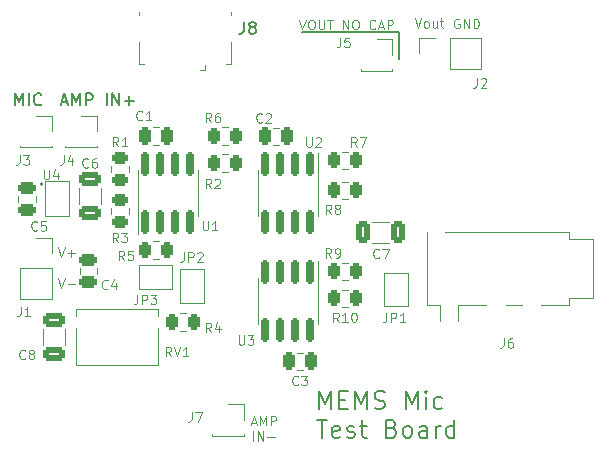
<source format=gbr>
%TF.GenerationSoftware,KiCad,Pcbnew,(6.0.2)*%
%TF.CreationDate,2023-09-05T21:11:47-07:00*%
%TF.ProjectId,parabolic_microphone,70617261-626f-46c6-9963-5f6d6963726f,rev?*%
%TF.SameCoordinates,Original*%
%TF.FileFunction,Legend,Top*%
%TF.FilePolarity,Positive*%
%FSLAX46Y46*%
G04 Gerber Fmt 4.6, Leading zero omitted, Abs format (unit mm)*
G04 Created by KiCad (PCBNEW (6.0.2)) date 2023-09-05 21:11:47*
%MOMM*%
%LPD*%
G01*
G04 APERTURE LIST*
G04 Aperture macros list*
%AMRoundRect*
0 Rectangle with rounded corners*
0 $1 Rounding radius*
0 $2 $3 $4 $5 $6 $7 $8 $9 X,Y pos of 4 corners*
0 Add a 4 corners polygon primitive as box body*
4,1,4,$2,$3,$4,$5,$6,$7,$8,$9,$2,$3,0*
0 Add four circle primitives for the rounded corners*
1,1,$1+$1,$2,$3*
1,1,$1+$1,$4,$5*
1,1,$1+$1,$6,$7*
1,1,$1+$1,$8,$9*
0 Add four rect primitives between the rounded corners*
20,1,$1+$1,$2,$3,$4,$5,0*
20,1,$1+$1,$4,$5,$6,$7,0*
20,1,$1+$1,$6,$7,$8,$9,0*
20,1,$1+$1,$8,$9,$2,$3,0*%
G04 Aperture macros list end*
%ADD10C,0.150000*%
%ADD11C,0.100000*%
%ADD12C,0.200000*%
%ADD13C,0.120000*%
%ADD14C,0.160000*%
%ADD15R,0.600000X0.540000*%
%ADD16RoundRect,0.250000X-0.250000X-0.475000X0.250000X-0.475000X0.250000X0.475000X-0.250000X0.475000X0*%
%ADD17RoundRect,0.250000X-0.650000X0.325000X-0.650000X-0.325000X0.650000X-0.325000X0.650000X0.325000X0*%
%ADD18R,1.700000X1.700000*%
%ADD19R,1.500000X1.000000*%
%ADD20RoundRect,0.250000X0.250000X0.475000X-0.250000X0.475000X-0.250000X-0.475000X0.250000X-0.475000X0*%
%ADD21C,2.200000*%
%ADD22RoundRect,0.250000X0.262500X0.450000X-0.262500X0.450000X-0.262500X-0.450000X0.262500X-0.450000X0*%
%ADD23RoundRect,0.250000X0.325000X0.650000X-0.325000X0.650000X-0.325000X-0.650000X0.325000X-0.650000X0*%
%ADD24O,1.700000X1.700000*%
%ADD25C,1.500000*%
%ADD26R,1.200000X2.500000*%
%ADD27RoundRect,0.250000X-0.450000X0.262500X-0.450000X-0.262500X0.450000X-0.262500X0.450000X0.262500X0*%
%ADD28RoundRect,0.250000X-0.475000X0.250000X-0.475000X-0.250000X0.475000X-0.250000X0.475000X0.250000X0*%
%ADD29RoundRect,0.150000X-0.150000X0.825000X-0.150000X-0.825000X0.150000X-0.825000X0.150000X0.825000X0*%
%ADD30R,0.400000X1.350000*%
%ADD31O,1.200000X1.900000*%
%ADD32C,1.450000*%
%ADD33R,1.500000X1.900000*%
%ADD34R,1.200000X1.900000*%
%ADD35R,1.000000X1.500000*%
%ADD36RoundRect,0.150000X0.150000X-0.825000X0.150000X0.825000X-0.150000X0.825000X-0.150000X-0.825000X0*%
%ADD37C,1.440000*%
G04 APERTURE END LIST*
D10*
X100350000Y-35154000D02*
X100350000Y-37440000D01*
X92095000Y-35154000D02*
X99969000Y-35154000D01*
X99969000Y-35154000D02*
X100350000Y-35154000D01*
D11*
X105435476Y-34017000D02*
X105359285Y-33978904D01*
X105245000Y-33978904D01*
X105130714Y-34017000D01*
X105054523Y-34093190D01*
X105016428Y-34169380D01*
X104978333Y-34321761D01*
X104978333Y-34436047D01*
X105016428Y-34588428D01*
X105054523Y-34664619D01*
X105130714Y-34740809D01*
X105245000Y-34778904D01*
X105321190Y-34778904D01*
X105435476Y-34740809D01*
X105473571Y-34702714D01*
X105473571Y-34436047D01*
X105321190Y-34436047D01*
X105816428Y-34778904D02*
X105816428Y-33978904D01*
X106273571Y-34778904D01*
X106273571Y-33978904D01*
X106654523Y-34778904D02*
X106654523Y-33978904D01*
X106845000Y-33978904D01*
X106959285Y-34017000D01*
X107035476Y-34093190D01*
X107073571Y-34169380D01*
X107111666Y-34321761D01*
X107111666Y-34436047D01*
X107073571Y-34588428D01*
X107035476Y-34664619D01*
X106959285Y-34740809D01*
X106845000Y-34778904D01*
X106654523Y-34778904D01*
X71501095Y-53339104D02*
X71767761Y-54139104D01*
X72034428Y-53339104D01*
X72301095Y-53834342D02*
X72910619Y-53834342D01*
X72605857Y-54139104D02*
X72605857Y-53529580D01*
D10*
X67864171Y-41320980D02*
X67864171Y-40320980D01*
X68197504Y-41035266D01*
X68530838Y-40320980D01*
X68530838Y-41320980D01*
X69007028Y-41320980D02*
X69007028Y-40320980D01*
X70054647Y-41225742D02*
X70007028Y-41273361D01*
X69864171Y-41320980D01*
X69768933Y-41320980D01*
X69626076Y-41273361D01*
X69530838Y-41178123D01*
X69483219Y-41082885D01*
X69435600Y-40892409D01*
X69435600Y-40749552D01*
X69483219Y-40559076D01*
X69530838Y-40463838D01*
X69626076Y-40368600D01*
X69768933Y-40320980D01*
X69864171Y-40320980D01*
X70007028Y-40368600D01*
X70054647Y-40416219D01*
X71782371Y-41035266D02*
X72258561Y-41035266D01*
X71687133Y-41320980D02*
X72020466Y-40320980D01*
X72353800Y-41320980D01*
X72687133Y-41320980D02*
X72687133Y-40320980D01*
X73020466Y-41035266D01*
X73353800Y-40320980D01*
X73353800Y-41320980D01*
X73829990Y-41320980D02*
X73829990Y-40320980D01*
X74210942Y-40320980D01*
X74306180Y-40368600D01*
X74353800Y-40416219D01*
X74401419Y-40511457D01*
X74401419Y-40654314D01*
X74353800Y-40749552D01*
X74306180Y-40797171D01*
X74210942Y-40844790D01*
X73829990Y-40844790D01*
X75591895Y-41320980D02*
X75591895Y-40320980D01*
X76068085Y-41320980D02*
X76068085Y-40320980D01*
X76639514Y-41320980D01*
X76639514Y-40320980D01*
X77115704Y-40940028D02*
X77877609Y-40940028D01*
X77496657Y-41320980D02*
X77496657Y-40559076D01*
D11*
X101670952Y-33953904D02*
X101937619Y-34753904D01*
X102204285Y-33953904D01*
X102585238Y-34753904D02*
X102509047Y-34715809D01*
X102470952Y-34677714D01*
X102432857Y-34601523D01*
X102432857Y-34372952D01*
X102470952Y-34296761D01*
X102509047Y-34258666D01*
X102585238Y-34220571D01*
X102699523Y-34220571D01*
X102775714Y-34258666D01*
X102813809Y-34296761D01*
X102851904Y-34372952D01*
X102851904Y-34601523D01*
X102813809Y-34677714D01*
X102775714Y-34715809D01*
X102699523Y-34753904D01*
X102585238Y-34753904D01*
X103537619Y-34220571D02*
X103537619Y-34753904D01*
X103194761Y-34220571D02*
X103194761Y-34639619D01*
X103232857Y-34715809D01*
X103309047Y-34753904D01*
X103423333Y-34753904D01*
X103499523Y-34715809D01*
X103537619Y-34677714D01*
X103804285Y-34220571D02*
X104109047Y-34220571D01*
X103918571Y-33953904D02*
X103918571Y-34639619D01*
X103956666Y-34715809D01*
X104032857Y-34753904D01*
X104109047Y-34753904D01*
X71501095Y-55949904D02*
X71767761Y-56749904D01*
X72034428Y-55949904D01*
X72301095Y-56445142D02*
X72910619Y-56445142D01*
X91905000Y-34080904D02*
X92171666Y-34880904D01*
X92438333Y-34080904D01*
X92857380Y-34080904D02*
X93009761Y-34080904D01*
X93085952Y-34119000D01*
X93162142Y-34195190D01*
X93200238Y-34347571D01*
X93200238Y-34614238D01*
X93162142Y-34766619D01*
X93085952Y-34842809D01*
X93009761Y-34880904D01*
X92857380Y-34880904D01*
X92781190Y-34842809D01*
X92705000Y-34766619D01*
X92666904Y-34614238D01*
X92666904Y-34347571D01*
X92705000Y-34195190D01*
X92781190Y-34119000D01*
X92857380Y-34080904D01*
X93543095Y-34080904D02*
X93543095Y-34728523D01*
X93581190Y-34804714D01*
X93619285Y-34842809D01*
X93695476Y-34880904D01*
X93847857Y-34880904D01*
X93924047Y-34842809D01*
X93962142Y-34804714D01*
X94000238Y-34728523D01*
X94000238Y-34080904D01*
X94266904Y-34080904D02*
X94724047Y-34080904D01*
X94495476Y-34880904D02*
X94495476Y-34080904D01*
X95600238Y-34880904D02*
X95600238Y-34080904D01*
X96057380Y-34880904D01*
X96057380Y-34080904D01*
X96590714Y-34080904D02*
X96743095Y-34080904D01*
X96819285Y-34119000D01*
X96895476Y-34195190D01*
X96933571Y-34347571D01*
X96933571Y-34614238D01*
X96895476Y-34766619D01*
X96819285Y-34842809D01*
X96743095Y-34880904D01*
X96590714Y-34880904D01*
X96514523Y-34842809D01*
X96438333Y-34766619D01*
X96400238Y-34614238D01*
X96400238Y-34347571D01*
X96438333Y-34195190D01*
X96514523Y-34119000D01*
X96590714Y-34080904D01*
X98343095Y-34804714D02*
X98305000Y-34842809D01*
X98190714Y-34880904D01*
X98114523Y-34880904D01*
X98000238Y-34842809D01*
X97924047Y-34766619D01*
X97885952Y-34690428D01*
X97847857Y-34538047D01*
X97847857Y-34423761D01*
X97885952Y-34271380D01*
X97924047Y-34195190D01*
X98000238Y-34119000D01*
X98114523Y-34080904D01*
X98190714Y-34080904D01*
X98305000Y-34119000D01*
X98343095Y-34157095D01*
X98647857Y-34652333D02*
X99028809Y-34652333D01*
X98571666Y-34880904D02*
X98838333Y-34080904D01*
X99105000Y-34880904D01*
X99371666Y-34880904D02*
X99371666Y-34080904D01*
X99676428Y-34080904D01*
X99752619Y-34119000D01*
X99790714Y-34157095D01*
X99828809Y-34233285D01*
X99828809Y-34347571D01*
X99790714Y-34423761D01*
X99752619Y-34461857D01*
X99676428Y-34499952D01*
X99371666Y-34499952D01*
X87852380Y-68196333D02*
X88233333Y-68196333D01*
X87776190Y-68424904D02*
X88042857Y-67624904D01*
X88309523Y-68424904D01*
X88576190Y-68424904D02*
X88576190Y-67624904D01*
X88842857Y-68196333D01*
X89109523Y-67624904D01*
X89109523Y-68424904D01*
X89490476Y-68424904D02*
X89490476Y-67624904D01*
X89795238Y-67624904D01*
X89871428Y-67663000D01*
X89909523Y-67701095D01*
X89947619Y-67777285D01*
X89947619Y-67891571D01*
X89909523Y-67967761D01*
X89871428Y-68005857D01*
X89795238Y-68043952D01*
X89490476Y-68043952D01*
X87985714Y-69712904D02*
X87985714Y-68912904D01*
X88366666Y-69712904D02*
X88366666Y-68912904D01*
X88823809Y-69712904D01*
X88823809Y-68912904D01*
X89204761Y-69408142D02*
X89814285Y-69408142D01*
D12*
X93564000Y-67035071D02*
X93564000Y-65535071D01*
X94064000Y-66606500D01*
X94564000Y-65535071D01*
X94564000Y-67035071D01*
X95278285Y-66249357D02*
X95778285Y-66249357D01*
X95992571Y-67035071D02*
X95278285Y-67035071D01*
X95278285Y-65535071D01*
X95992571Y-65535071D01*
X96635428Y-67035071D02*
X96635428Y-65535071D01*
X97135428Y-66606500D01*
X97635428Y-65535071D01*
X97635428Y-67035071D01*
X98278285Y-66963642D02*
X98492571Y-67035071D01*
X98849714Y-67035071D01*
X98992571Y-66963642D01*
X99064000Y-66892214D01*
X99135428Y-66749357D01*
X99135428Y-66606500D01*
X99064000Y-66463642D01*
X98992571Y-66392214D01*
X98849714Y-66320785D01*
X98564000Y-66249357D01*
X98421142Y-66177928D01*
X98349714Y-66106500D01*
X98278285Y-65963642D01*
X98278285Y-65820785D01*
X98349714Y-65677928D01*
X98421142Y-65606500D01*
X98564000Y-65535071D01*
X98921142Y-65535071D01*
X99135428Y-65606500D01*
X100921142Y-67035071D02*
X100921142Y-65535071D01*
X101421142Y-66606500D01*
X101921142Y-65535071D01*
X101921142Y-67035071D01*
X102635428Y-67035071D02*
X102635428Y-66035071D01*
X102635428Y-65535071D02*
X102564000Y-65606500D01*
X102635428Y-65677928D01*
X102706857Y-65606500D01*
X102635428Y-65535071D01*
X102635428Y-65677928D01*
X103992571Y-66963642D02*
X103849714Y-67035071D01*
X103564000Y-67035071D01*
X103421142Y-66963642D01*
X103349714Y-66892214D01*
X103278285Y-66749357D01*
X103278285Y-66320785D01*
X103349714Y-66177928D01*
X103421142Y-66106500D01*
X103564000Y-66035071D01*
X103849714Y-66035071D01*
X103992571Y-66106500D01*
X93385428Y-67950071D02*
X94242571Y-67950071D01*
X93814000Y-69450071D02*
X93814000Y-67950071D01*
X95314000Y-69378642D02*
X95171142Y-69450071D01*
X94885428Y-69450071D01*
X94742571Y-69378642D01*
X94671142Y-69235785D01*
X94671142Y-68664357D01*
X94742571Y-68521500D01*
X94885428Y-68450071D01*
X95171142Y-68450071D01*
X95314000Y-68521500D01*
X95385428Y-68664357D01*
X95385428Y-68807214D01*
X94671142Y-68950071D01*
X95956857Y-69378642D02*
X96099714Y-69450071D01*
X96385428Y-69450071D01*
X96528285Y-69378642D01*
X96599714Y-69235785D01*
X96599714Y-69164357D01*
X96528285Y-69021500D01*
X96385428Y-68950071D01*
X96171142Y-68950071D01*
X96028285Y-68878642D01*
X95956857Y-68735785D01*
X95956857Y-68664357D01*
X96028285Y-68521500D01*
X96171142Y-68450071D01*
X96385428Y-68450071D01*
X96528285Y-68521500D01*
X97028285Y-68450071D02*
X97599714Y-68450071D01*
X97242571Y-67950071D02*
X97242571Y-69235785D01*
X97314000Y-69378642D01*
X97456857Y-69450071D01*
X97599714Y-69450071D01*
X99742571Y-68664357D02*
X99956857Y-68735785D01*
X100028285Y-68807214D01*
X100099714Y-68950071D01*
X100099714Y-69164357D01*
X100028285Y-69307214D01*
X99956857Y-69378642D01*
X99814000Y-69450071D01*
X99242571Y-69450071D01*
X99242571Y-67950071D01*
X99742571Y-67950071D01*
X99885428Y-68021500D01*
X99956857Y-68092928D01*
X100028285Y-68235785D01*
X100028285Y-68378642D01*
X99956857Y-68521500D01*
X99885428Y-68592928D01*
X99742571Y-68664357D01*
X99242571Y-68664357D01*
X100956857Y-69450071D02*
X100814000Y-69378642D01*
X100742571Y-69307214D01*
X100671142Y-69164357D01*
X100671142Y-68735785D01*
X100742571Y-68592928D01*
X100814000Y-68521500D01*
X100956857Y-68450071D01*
X101171142Y-68450071D01*
X101314000Y-68521500D01*
X101385428Y-68592928D01*
X101456857Y-68735785D01*
X101456857Y-69164357D01*
X101385428Y-69307214D01*
X101314000Y-69378642D01*
X101171142Y-69450071D01*
X100956857Y-69450071D01*
X102742571Y-69450071D02*
X102742571Y-68664357D01*
X102671142Y-68521500D01*
X102528285Y-68450071D01*
X102242571Y-68450071D01*
X102099714Y-68521500D01*
X102742571Y-69378642D02*
X102599714Y-69450071D01*
X102242571Y-69450071D01*
X102099714Y-69378642D01*
X102028285Y-69235785D01*
X102028285Y-69092928D01*
X102099714Y-68950071D01*
X102242571Y-68878642D01*
X102599714Y-68878642D01*
X102742571Y-68807214D01*
X103456857Y-69450071D02*
X103456857Y-68450071D01*
X103456857Y-68735785D02*
X103528285Y-68592928D01*
X103599714Y-68521500D01*
X103742571Y-68450071D01*
X103885428Y-68450071D01*
X105028285Y-69450071D02*
X105028285Y-67950071D01*
X105028285Y-69378642D02*
X104885428Y-69450071D01*
X104599714Y-69450071D01*
X104456857Y-69378642D01*
X104385428Y-69307214D01*
X104314000Y-69164357D01*
X104314000Y-68735785D01*
X104385428Y-68592928D01*
X104456857Y-68521500D01*
X104599714Y-68450071D01*
X104885428Y-68450071D01*
X105028285Y-68521500D01*
D11*
%TO.C,U4*%
X70256476Y-46785904D02*
X70256476Y-47433523D01*
X70294571Y-47509714D01*
X70332666Y-47547809D01*
X70408857Y-47585904D01*
X70561238Y-47585904D01*
X70637428Y-47547809D01*
X70675523Y-47509714D01*
X70713619Y-47433523D01*
X70713619Y-46785904D01*
X71437428Y-47052571D02*
X71437428Y-47585904D01*
X71246952Y-46747809D02*
X71056476Y-47319238D01*
X71551714Y-47319238D01*
%TO.C,C1*%
X78606666Y-42527714D02*
X78568571Y-42565809D01*
X78454285Y-42603904D01*
X78378095Y-42603904D01*
X78263809Y-42565809D01*
X78187619Y-42489619D01*
X78149523Y-42413428D01*
X78111428Y-42261047D01*
X78111428Y-42146761D01*
X78149523Y-41994380D01*
X78187619Y-41918190D01*
X78263809Y-41842000D01*
X78378095Y-41803904D01*
X78454285Y-41803904D01*
X78568571Y-41842000D01*
X78606666Y-41880095D01*
X79368571Y-42603904D02*
X78911428Y-42603904D01*
X79140000Y-42603904D02*
X79140000Y-41803904D01*
X79063809Y-41918190D01*
X78987619Y-41994380D01*
X78911428Y-42032476D01*
%TO.C,C6*%
X74034666Y-46513714D02*
X73996571Y-46551809D01*
X73882285Y-46589904D01*
X73806095Y-46589904D01*
X73691809Y-46551809D01*
X73615619Y-46475619D01*
X73577523Y-46399428D01*
X73539428Y-46247047D01*
X73539428Y-46132761D01*
X73577523Y-45980380D01*
X73615619Y-45904190D01*
X73691809Y-45828000D01*
X73806095Y-45789904D01*
X73882285Y-45789904D01*
X73996571Y-45828000D01*
X74034666Y-45866095D01*
X74720380Y-45789904D02*
X74568000Y-45789904D01*
X74491809Y-45828000D01*
X74453714Y-45866095D01*
X74377523Y-45980380D01*
X74339428Y-46132761D01*
X74339428Y-46437523D01*
X74377523Y-46513714D01*
X74415619Y-46551809D01*
X74491809Y-46589904D01*
X74644190Y-46589904D01*
X74720380Y-46551809D01*
X74758476Y-46513714D01*
X74796571Y-46437523D01*
X74796571Y-46247047D01*
X74758476Y-46170857D01*
X74720380Y-46132761D01*
X74644190Y-46094666D01*
X74491809Y-46094666D01*
X74415619Y-46132761D01*
X74377523Y-46170857D01*
X74339428Y-46247047D01*
%TO.C,J3*%
X68237133Y-45535904D02*
X68237133Y-46107333D01*
X68199038Y-46221619D01*
X68122847Y-46297809D01*
X68008561Y-46335904D01*
X67932371Y-46335904D01*
X68541895Y-45535904D02*
X69037133Y-45535904D01*
X68770466Y-45840666D01*
X68884752Y-45840666D01*
X68960942Y-45878761D01*
X68999038Y-45916857D01*
X69037133Y-45993047D01*
X69037133Y-46183523D01*
X68999038Y-46259714D01*
X68960942Y-46297809D01*
X68884752Y-46335904D01*
X68656180Y-46335904D01*
X68579990Y-46297809D01*
X68541895Y-46259714D01*
%TO.C,JP1*%
X99282333Y-58870904D02*
X99282333Y-59442333D01*
X99244238Y-59556619D01*
X99168047Y-59632809D01*
X99053761Y-59670904D01*
X98977571Y-59670904D01*
X99663285Y-59670904D02*
X99663285Y-58870904D01*
X99968047Y-58870904D01*
X100044238Y-58909000D01*
X100082333Y-58947095D01*
X100120428Y-59023285D01*
X100120428Y-59137571D01*
X100082333Y-59213761D01*
X100044238Y-59251857D01*
X99968047Y-59289952D01*
X99663285Y-59289952D01*
X100882333Y-59670904D02*
X100425190Y-59670904D01*
X100653761Y-59670904D02*
X100653761Y-58870904D01*
X100577571Y-58985190D01*
X100501380Y-59061380D01*
X100425190Y-59099476D01*
%TO.C,C2*%
X88766666Y-42703714D02*
X88728571Y-42741809D01*
X88614285Y-42779904D01*
X88538095Y-42779904D01*
X88423809Y-42741809D01*
X88347619Y-42665619D01*
X88309523Y-42589428D01*
X88271428Y-42437047D01*
X88271428Y-42322761D01*
X88309523Y-42170380D01*
X88347619Y-42094190D01*
X88423809Y-42018000D01*
X88538095Y-41979904D01*
X88614285Y-41979904D01*
X88728571Y-42018000D01*
X88766666Y-42056095D01*
X89071428Y-42056095D02*
X89109523Y-42018000D01*
X89185714Y-41979904D01*
X89376190Y-41979904D01*
X89452380Y-42018000D01*
X89490476Y-42056095D01*
X89528571Y-42132285D01*
X89528571Y-42208476D01*
X89490476Y-42322761D01*
X89033333Y-42779904D01*
X89528571Y-42779904D01*
%TO.C,J7*%
X82791333Y-67303704D02*
X82791333Y-67875133D01*
X82753238Y-67989419D01*
X82677047Y-68065609D01*
X82562761Y-68103704D01*
X82486571Y-68103704D01*
X83096095Y-67303704D02*
X83629428Y-67303704D01*
X83286571Y-68103704D01*
%TO.C,R4*%
X84448666Y-60539904D02*
X84182000Y-60158952D01*
X83991523Y-60539904D02*
X83991523Y-59739904D01*
X84296285Y-59739904D01*
X84372476Y-59778000D01*
X84410571Y-59816095D01*
X84448666Y-59892285D01*
X84448666Y-60006571D01*
X84410571Y-60082761D01*
X84372476Y-60120857D01*
X84296285Y-60158952D01*
X83991523Y-60158952D01*
X85134380Y-60006571D02*
X85134380Y-60539904D01*
X84943904Y-59701809D02*
X84753428Y-60273238D01*
X85248666Y-60273238D01*
%TO.C,C7*%
X98672666Y-54205714D02*
X98634571Y-54243809D01*
X98520285Y-54281904D01*
X98444095Y-54281904D01*
X98329809Y-54243809D01*
X98253619Y-54167619D01*
X98215523Y-54091428D01*
X98177428Y-53939047D01*
X98177428Y-53824761D01*
X98215523Y-53672380D01*
X98253619Y-53596190D01*
X98329809Y-53520000D01*
X98444095Y-53481904D01*
X98520285Y-53481904D01*
X98634571Y-53520000D01*
X98672666Y-53558095D01*
X98939333Y-53481904D02*
X99472666Y-53481904D01*
X99129809Y-54281904D01*
%TO.C,R9*%
X94608666Y-54209904D02*
X94342000Y-53828952D01*
X94151523Y-54209904D02*
X94151523Y-53409904D01*
X94456285Y-53409904D01*
X94532476Y-53448000D01*
X94570571Y-53486095D01*
X94608666Y-53562285D01*
X94608666Y-53676571D01*
X94570571Y-53752761D01*
X94532476Y-53790857D01*
X94456285Y-53828952D01*
X94151523Y-53828952D01*
X94989619Y-54209904D02*
X95142000Y-54209904D01*
X95218190Y-54171809D01*
X95256285Y-54133714D01*
X95332476Y-54019428D01*
X95370571Y-53867047D01*
X95370571Y-53562285D01*
X95332476Y-53486095D01*
X95294380Y-53448000D01*
X95218190Y-53409904D01*
X95065809Y-53409904D01*
X94989619Y-53448000D01*
X94951523Y-53486095D01*
X94913428Y-53562285D01*
X94913428Y-53752761D01*
X94951523Y-53828952D01*
X94989619Y-53867047D01*
X95065809Y-53905142D01*
X95218190Y-53905142D01*
X95294380Y-53867047D01*
X95332476Y-53828952D01*
X95370571Y-53752761D01*
%TO.C,J1*%
X68313333Y-58362904D02*
X68313333Y-58934333D01*
X68275238Y-59048619D01*
X68199047Y-59124809D01*
X68084761Y-59162904D01*
X68008571Y-59162904D01*
X69113333Y-59162904D02*
X68656190Y-59162904D01*
X68884761Y-59162904D02*
X68884761Y-58362904D01*
X68808571Y-58477190D01*
X68732380Y-58553380D01*
X68656190Y-58591476D01*
%TO.C,R10*%
X95243714Y-59669904D02*
X94977047Y-59288952D01*
X94786571Y-59669904D02*
X94786571Y-58869904D01*
X95091333Y-58869904D01*
X95167523Y-58908000D01*
X95205619Y-58946095D01*
X95243714Y-59022285D01*
X95243714Y-59136571D01*
X95205619Y-59212761D01*
X95167523Y-59250857D01*
X95091333Y-59288952D01*
X94786571Y-59288952D01*
X96005619Y-59669904D02*
X95548476Y-59669904D01*
X95777047Y-59669904D02*
X95777047Y-58869904D01*
X95700857Y-58984190D01*
X95624666Y-59060380D01*
X95548476Y-59098476D01*
X96500857Y-58869904D02*
X96577047Y-58869904D01*
X96653238Y-58908000D01*
X96691333Y-58946095D01*
X96729428Y-59022285D01*
X96767523Y-59174666D01*
X96767523Y-59365142D01*
X96729428Y-59517523D01*
X96691333Y-59593714D01*
X96653238Y-59631809D01*
X96577047Y-59669904D01*
X96500857Y-59669904D01*
X96424666Y-59631809D01*
X96386571Y-59593714D01*
X96348476Y-59517523D01*
X96310380Y-59365142D01*
X96310380Y-59174666D01*
X96348476Y-59022285D01*
X96386571Y-58946095D01*
X96424666Y-58908000D01*
X96500857Y-58869904D01*
%TO.C,J6*%
X109207333Y-61029904D02*
X109207333Y-61601333D01*
X109169238Y-61715619D01*
X109093047Y-61791809D01*
X108978761Y-61829904D01*
X108902571Y-61829904D01*
X109931142Y-61029904D02*
X109778761Y-61029904D01*
X109702571Y-61068000D01*
X109664476Y-61106095D01*
X109588285Y-61220380D01*
X109550190Y-61372761D01*
X109550190Y-61677523D01*
X109588285Y-61753714D01*
X109626380Y-61791809D01*
X109702571Y-61829904D01*
X109854952Y-61829904D01*
X109931142Y-61791809D01*
X109969238Y-61753714D01*
X110007333Y-61677523D01*
X110007333Y-61487047D01*
X109969238Y-61410857D01*
X109931142Y-61372761D01*
X109854952Y-61334666D01*
X109702571Y-61334666D01*
X109626380Y-61372761D01*
X109588285Y-61410857D01*
X109550190Y-61487047D01*
%TO.C,R3*%
X76574666Y-52919904D02*
X76308000Y-52538952D01*
X76117523Y-52919904D02*
X76117523Y-52119904D01*
X76422285Y-52119904D01*
X76498476Y-52158000D01*
X76536571Y-52196095D01*
X76574666Y-52272285D01*
X76574666Y-52386571D01*
X76536571Y-52462761D01*
X76498476Y-52500857D01*
X76422285Y-52538952D01*
X76117523Y-52538952D01*
X76841333Y-52119904D02*
X77336571Y-52119904D01*
X77069904Y-52424666D01*
X77184190Y-52424666D01*
X77260380Y-52462761D01*
X77298476Y-52500857D01*
X77336571Y-52577047D01*
X77336571Y-52767523D01*
X77298476Y-52843714D01*
X77260380Y-52881809D01*
X77184190Y-52919904D01*
X76955619Y-52919904D01*
X76879428Y-52881809D01*
X76841333Y-52843714D01*
%TO.C,C8*%
X68700666Y-62749714D02*
X68662571Y-62787809D01*
X68548285Y-62825904D01*
X68472095Y-62825904D01*
X68357809Y-62787809D01*
X68281619Y-62711619D01*
X68243523Y-62635428D01*
X68205428Y-62483047D01*
X68205428Y-62368761D01*
X68243523Y-62216380D01*
X68281619Y-62140190D01*
X68357809Y-62064000D01*
X68472095Y-62025904D01*
X68548285Y-62025904D01*
X68662571Y-62064000D01*
X68700666Y-62102095D01*
X69157809Y-62368761D02*
X69081619Y-62330666D01*
X69043523Y-62292571D01*
X69005428Y-62216380D01*
X69005428Y-62178285D01*
X69043523Y-62102095D01*
X69081619Y-62064000D01*
X69157809Y-62025904D01*
X69310190Y-62025904D01*
X69386380Y-62064000D01*
X69424476Y-62102095D01*
X69462571Y-62178285D01*
X69462571Y-62216380D01*
X69424476Y-62292571D01*
X69386380Y-62330666D01*
X69310190Y-62368761D01*
X69157809Y-62368761D01*
X69081619Y-62406857D01*
X69043523Y-62444952D01*
X69005428Y-62521142D01*
X69005428Y-62673523D01*
X69043523Y-62749714D01*
X69081619Y-62787809D01*
X69157809Y-62825904D01*
X69310190Y-62825904D01*
X69386380Y-62787809D01*
X69424476Y-62749714D01*
X69462571Y-62673523D01*
X69462571Y-62521142D01*
X69424476Y-62444952D01*
X69386380Y-62406857D01*
X69310190Y-62368761D01*
%TO.C,C3*%
X91814666Y-64957714D02*
X91776571Y-64995809D01*
X91662285Y-65033904D01*
X91586095Y-65033904D01*
X91471809Y-64995809D01*
X91395619Y-64919619D01*
X91357523Y-64843428D01*
X91319428Y-64691047D01*
X91319428Y-64576761D01*
X91357523Y-64424380D01*
X91395619Y-64348190D01*
X91471809Y-64272000D01*
X91586095Y-64233904D01*
X91662285Y-64233904D01*
X91776571Y-64272000D01*
X91814666Y-64310095D01*
X92081333Y-64233904D02*
X92576571Y-64233904D01*
X92309904Y-64538666D01*
X92424190Y-64538666D01*
X92500380Y-64576761D01*
X92538476Y-64614857D01*
X92576571Y-64691047D01*
X92576571Y-64881523D01*
X92538476Y-64957714D01*
X92500380Y-64995809D01*
X92424190Y-65033904D01*
X92195619Y-65033904D01*
X92119428Y-64995809D01*
X92081333Y-64957714D01*
%TO.C,R1*%
X76574666Y-44791904D02*
X76308000Y-44410952D01*
X76117523Y-44791904D02*
X76117523Y-43991904D01*
X76422285Y-43991904D01*
X76498476Y-44030000D01*
X76536571Y-44068095D01*
X76574666Y-44144285D01*
X76574666Y-44258571D01*
X76536571Y-44334761D01*
X76498476Y-44372857D01*
X76422285Y-44410952D01*
X76117523Y-44410952D01*
X77336571Y-44791904D02*
X76879428Y-44791904D01*
X77108000Y-44791904D02*
X77108000Y-43991904D01*
X77031809Y-44106190D01*
X76955619Y-44182380D01*
X76879428Y-44220476D01*
%TO.C,JP2*%
X82137333Y-53755904D02*
X82137333Y-54327333D01*
X82099238Y-54441619D01*
X82023047Y-54517809D01*
X81908761Y-54555904D01*
X81832571Y-54555904D01*
X82518285Y-54555904D02*
X82518285Y-53755904D01*
X82823047Y-53755904D01*
X82899238Y-53794000D01*
X82937333Y-53832095D01*
X82975428Y-53908285D01*
X82975428Y-54022571D01*
X82937333Y-54098761D01*
X82899238Y-54136857D01*
X82823047Y-54174952D01*
X82518285Y-54174952D01*
X83280190Y-53832095D02*
X83318285Y-53794000D01*
X83394476Y-53755904D01*
X83584952Y-53755904D01*
X83661142Y-53794000D01*
X83699238Y-53832095D01*
X83737333Y-53908285D01*
X83737333Y-53984476D01*
X83699238Y-54098761D01*
X83242095Y-54555904D01*
X83737333Y-54555904D01*
%TO.C,R2*%
X84448666Y-48347904D02*
X84182000Y-47966952D01*
X83991523Y-48347904D02*
X83991523Y-47547904D01*
X84296285Y-47547904D01*
X84372476Y-47586000D01*
X84410571Y-47624095D01*
X84448666Y-47700285D01*
X84448666Y-47814571D01*
X84410571Y-47890761D01*
X84372476Y-47928857D01*
X84296285Y-47966952D01*
X83991523Y-47966952D01*
X84753428Y-47624095D02*
X84791523Y-47586000D01*
X84867714Y-47547904D01*
X85058190Y-47547904D01*
X85134380Y-47586000D01*
X85172476Y-47624095D01*
X85210571Y-47700285D01*
X85210571Y-47776476D01*
X85172476Y-47890761D01*
X84715333Y-48347904D01*
X85210571Y-48347904D01*
%TO.C,C4*%
X75685666Y-56800714D02*
X75647571Y-56838809D01*
X75533285Y-56876904D01*
X75457095Y-56876904D01*
X75342809Y-56838809D01*
X75266619Y-56762619D01*
X75228523Y-56686428D01*
X75190428Y-56534047D01*
X75190428Y-56419761D01*
X75228523Y-56267380D01*
X75266619Y-56191190D01*
X75342809Y-56115000D01*
X75457095Y-56076904D01*
X75533285Y-56076904D01*
X75647571Y-56115000D01*
X75685666Y-56153095D01*
X76371380Y-56343571D02*
X76371380Y-56876904D01*
X76180904Y-56038809D02*
X75990428Y-56610238D01*
X76485666Y-56610238D01*
%TO.C,R6*%
X84448666Y-42759904D02*
X84182000Y-42378952D01*
X83991523Y-42759904D02*
X83991523Y-41959904D01*
X84296285Y-41959904D01*
X84372476Y-41998000D01*
X84410571Y-42036095D01*
X84448666Y-42112285D01*
X84448666Y-42226571D01*
X84410571Y-42302761D01*
X84372476Y-42340857D01*
X84296285Y-42378952D01*
X83991523Y-42378952D01*
X85134380Y-41959904D02*
X84982000Y-41959904D01*
X84905809Y-41998000D01*
X84867714Y-42036095D01*
X84791523Y-42150380D01*
X84753428Y-42302761D01*
X84753428Y-42607523D01*
X84791523Y-42683714D01*
X84829619Y-42721809D01*
X84905809Y-42759904D01*
X85058190Y-42759904D01*
X85134380Y-42721809D01*
X85172476Y-42683714D01*
X85210571Y-42607523D01*
X85210571Y-42417047D01*
X85172476Y-42340857D01*
X85134380Y-42302761D01*
X85058190Y-42264666D01*
X84905809Y-42264666D01*
X84829619Y-42302761D01*
X84791523Y-42340857D01*
X84753428Y-42417047D01*
%TO.C,U2*%
X92481476Y-44011904D02*
X92481476Y-44659523D01*
X92519571Y-44735714D01*
X92557666Y-44773809D01*
X92633857Y-44811904D01*
X92786238Y-44811904D01*
X92862428Y-44773809D01*
X92900523Y-44735714D01*
X92938619Y-44659523D01*
X92938619Y-44011904D01*
X93281476Y-44088095D02*
X93319571Y-44050000D01*
X93395761Y-44011904D01*
X93586238Y-44011904D01*
X93662428Y-44050000D01*
X93700523Y-44088095D01*
X93738619Y-44164285D01*
X93738619Y-44240476D01*
X93700523Y-44354761D01*
X93243380Y-44811904D01*
X93738619Y-44811904D01*
%TO.C,J2*%
X106941333Y-39033904D02*
X106941333Y-39605333D01*
X106903238Y-39719619D01*
X106827047Y-39795809D01*
X106712761Y-39833904D01*
X106636571Y-39833904D01*
X107284190Y-39110095D02*
X107322285Y-39072000D01*
X107398476Y-39033904D01*
X107588952Y-39033904D01*
X107665142Y-39072000D01*
X107703238Y-39110095D01*
X107741333Y-39186285D01*
X107741333Y-39262476D01*
X107703238Y-39376761D01*
X107246095Y-39833904D01*
X107741333Y-39833904D01*
D10*
%TO.C,J8*%
X87215266Y-34288280D02*
X87215266Y-35002566D01*
X87167647Y-35145423D01*
X87072409Y-35240661D01*
X86929552Y-35288280D01*
X86834314Y-35288280D01*
X87834314Y-34716852D02*
X87739076Y-34669233D01*
X87691457Y-34621614D01*
X87643838Y-34526376D01*
X87643838Y-34478757D01*
X87691457Y-34383519D01*
X87739076Y-34335900D01*
X87834314Y-34288280D01*
X88024790Y-34288280D01*
X88120028Y-34335900D01*
X88167647Y-34383519D01*
X88215266Y-34478757D01*
X88215266Y-34526376D01*
X88167647Y-34621614D01*
X88120028Y-34669233D01*
X88024790Y-34716852D01*
X87834314Y-34716852D01*
X87739076Y-34764471D01*
X87691457Y-34812090D01*
X87643838Y-34907328D01*
X87643838Y-35097804D01*
X87691457Y-35193042D01*
X87739076Y-35240661D01*
X87834314Y-35288280D01*
X88024790Y-35288280D01*
X88120028Y-35240661D01*
X88167647Y-35193042D01*
X88215266Y-35097804D01*
X88215266Y-34907328D01*
X88167647Y-34812090D01*
X88120028Y-34764471D01*
X88024790Y-34716852D01*
D11*
%TO.C,R5*%
X77082666Y-54443904D02*
X76816000Y-54062952D01*
X76625523Y-54443904D02*
X76625523Y-53643904D01*
X76930285Y-53643904D01*
X77006476Y-53682000D01*
X77044571Y-53720095D01*
X77082666Y-53796285D01*
X77082666Y-53910571D01*
X77044571Y-53986761D01*
X77006476Y-54024857D01*
X76930285Y-54062952D01*
X76625523Y-54062952D01*
X77806476Y-53643904D02*
X77425523Y-53643904D01*
X77387428Y-54024857D01*
X77425523Y-53986761D01*
X77501714Y-53948666D01*
X77692190Y-53948666D01*
X77768380Y-53986761D01*
X77806476Y-54024857D01*
X77844571Y-54101047D01*
X77844571Y-54291523D01*
X77806476Y-54367714D01*
X77768380Y-54405809D01*
X77692190Y-54443904D01*
X77501714Y-54443904D01*
X77425523Y-54405809D01*
X77387428Y-54367714D01*
%TO.C,U3*%
X86766476Y-60775904D02*
X86766476Y-61423523D01*
X86804571Y-61499714D01*
X86842666Y-61537809D01*
X86918857Y-61575904D01*
X87071238Y-61575904D01*
X87147428Y-61537809D01*
X87185523Y-61499714D01*
X87223619Y-61423523D01*
X87223619Y-60775904D01*
X87528380Y-60775904D02*
X88023619Y-60775904D01*
X87756952Y-61080666D01*
X87871238Y-61080666D01*
X87947428Y-61118761D01*
X87985523Y-61156857D01*
X88023619Y-61233047D01*
X88023619Y-61423523D01*
X87985523Y-61499714D01*
X87947428Y-61537809D01*
X87871238Y-61575904D01*
X87642666Y-61575904D01*
X87566476Y-61537809D01*
X87528380Y-61499714D01*
%TO.C,J5*%
X95384333Y-35604904D02*
X95384333Y-36176333D01*
X95346238Y-36290619D01*
X95270047Y-36366809D01*
X95155761Y-36404904D01*
X95079571Y-36404904D01*
X96146238Y-35604904D02*
X95765285Y-35604904D01*
X95727190Y-35985857D01*
X95765285Y-35947761D01*
X95841476Y-35909666D01*
X96031952Y-35909666D01*
X96108142Y-35947761D01*
X96146238Y-35985857D01*
X96184333Y-36062047D01*
X96184333Y-36252523D01*
X96146238Y-36328714D01*
X96108142Y-36366809D01*
X96031952Y-36404904D01*
X95841476Y-36404904D01*
X95765285Y-36366809D01*
X95727190Y-36328714D01*
%TO.C,JP3*%
X78200333Y-57346904D02*
X78200333Y-57918333D01*
X78162238Y-58032619D01*
X78086047Y-58108809D01*
X77971761Y-58146904D01*
X77895571Y-58146904D01*
X78581285Y-58146904D02*
X78581285Y-57346904D01*
X78886047Y-57346904D01*
X78962238Y-57385000D01*
X79000333Y-57423095D01*
X79038428Y-57499285D01*
X79038428Y-57613571D01*
X79000333Y-57689761D01*
X78962238Y-57727857D01*
X78886047Y-57765952D01*
X78581285Y-57765952D01*
X79305095Y-57346904D02*
X79800333Y-57346904D01*
X79533666Y-57651666D01*
X79647952Y-57651666D01*
X79724142Y-57689761D01*
X79762238Y-57727857D01*
X79800333Y-57804047D01*
X79800333Y-57994523D01*
X79762238Y-58070714D01*
X79724142Y-58108809D01*
X79647952Y-58146904D01*
X79419380Y-58146904D01*
X79343190Y-58108809D01*
X79305095Y-58070714D01*
%TO.C,R7*%
X96767666Y-44811904D02*
X96501000Y-44430952D01*
X96310523Y-44811904D02*
X96310523Y-44011904D01*
X96615285Y-44011904D01*
X96691476Y-44050000D01*
X96729571Y-44088095D01*
X96767666Y-44164285D01*
X96767666Y-44278571D01*
X96729571Y-44354761D01*
X96691476Y-44392857D01*
X96615285Y-44430952D01*
X96310523Y-44430952D01*
X97034333Y-44011904D02*
X97567666Y-44011904D01*
X97224809Y-44811904D01*
%TO.C,U1*%
X83718476Y-51103904D02*
X83718476Y-51751523D01*
X83756571Y-51827714D01*
X83794666Y-51865809D01*
X83870857Y-51903904D01*
X84023238Y-51903904D01*
X84099428Y-51865809D01*
X84137523Y-51827714D01*
X84175619Y-51751523D01*
X84175619Y-51103904D01*
X84975619Y-51903904D02*
X84518476Y-51903904D01*
X84747047Y-51903904D02*
X84747047Y-51103904D01*
X84670857Y-51218190D01*
X84594666Y-51294380D01*
X84518476Y-51332476D01*
%TO.C,RV1*%
X81057809Y-62571904D02*
X80791142Y-62190952D01*
X80600666Y-62571904D02*
X80600666Y-61771904D01*
X80905428Y-61771904D01*
X80981619Y-61810000D01*
X81019714Y-61848095D01*
X81057809Y-61924285D01*
X81057809Y-62038571D01*
X81019714Y-62114761D01*
X80981619Y-62152857D01*
X80905428Y-62190952D01*
X80600666Y-62190952D01*
X81286380Y-61771904D02*
X81553047Y-62571904D01*
X81819714Y-61771904D01*
X82505428Y-62571904D02*
X82048285Y-62571904D01*
X82276857Y-62571904D02*
X82276857Y-61771904D01*
X82200666Y-61886190D01*
X82124476Y-61962380D01*
X82048285Y-62000476D01*
%TO.C,R8*%
X94608666Y-50525904D02*
X94342000Y-50144952D01*
X94151523Y-50525904D02*
X94151523Y-49725904D01*
X94456285Y-49725904D01*
X94532476Y-49764000D01*
X94570571Y-49802095D01*
X94608666Y-49878285D01*
X94608666Y-49992571D01*
X94570571Y-50068761D01*
X94532476Y-50106857D01*
X94456285Y-50144952D01*
X94151523Y-50144952D01*
X95065809Y-50068761D02*
X94989619Y-50030666D01*
X94951523Y-49992571D01*
X94913428Y-49916380D01*
X94913428Y-49878285D01*
X94951523Y-49802095D01*
X94989619Y-49764000D01*
X95065809Y-49725904D01*
X95218190Y-49725904D01*
X95294380Y-49764000D01*
X95332476Y-49802095D01*
X95370571Y-49878285D01*
X95370571Y-49916380D01*
X95332476Y-49992571D01*
X95294380Y-50030666D01*
X95218190Y-50068761D01*
X95065809Y-50068761D01*
X94989619Y-50106857D01*
X94951523Y-50144952D01*
X94913428Y-50221142D01*
X94913428Y-50373523D01*
X94951523Y-50449714D01*
X94989619Y-50487809D01*
X95065809Y-50525904D01*
X95218190Y-50525904D01*
X95294380Y-50487809D01*
X95332476Y-50449714D01*
X95370571Y-50373523D01*
X95370571Y-50221142D01*
X95332476Y-50144952D01*
X95294380Y-50106857D01*
X95218190Y-50068761D01*
%TO.C,J4*%
X71945533Y-45535904D02*
X71945533Y-46107333D01*
X71907438Y-46221619D01*
X71831247Y-46297809D01*
X71716961Y-46335904D01*
X71640771Y-46335904D01*
X72669342Y-45802571D02*
X72669342Y-46335904D01*
X72478866Y-45497809D02*
X72288390Y-46069238D01*
X72783628Y-46069238D01*
%TO.C,C5*%
X69716666Y-51847714D02*
X69678571Y-51885809D01*
X69564285Y-51923904D01*
X69488095Y-51923904D01*
X69373809Y-51885809D01*
X69297619Y-51809619D01*
X69259523Y-51733428D01*
X69221428Y-51581047D01*
X69221428Y-51466761D01*
X69259523Y-51314380D01*
X69297619Y-51238190D01*
X69373809Y-51162000D01*
X69488095Y-51123904D01*
X69564285Y-51123904D01*
X69678571Y-51162000D01*
X69716666Y-51200095D01*
X70440476Y-51123904D02*
X70059523Y-51123904D01*
X70021428Y-51504857D01*
X70059523Y-51466761D01*
X70135714Y-51428666D01*
X70326190Y-51428666D01*
X70402380Y-51466761D01*
X70440476Y-51504857D01*
X70478571Y-51581047D01*
X70478571Y-51771523D01*
X70440476Y-51847714D01*
X70402380Y-51885809D01*
X70326190Y-51923904D01*
X70135714Y-51923904D01*
X70059523Y-51885809D01*
X70021428Y-51847714D01*
D13*
%TO.C,U4*%
X70349000Y-47740000D02*
X72399000Y-47740000D01*
X72399000Y-47740000D02*
X72399000Y-50690000D01*
X72399000Y-50690000D02*
X70349000Y-50690000D01*
X70349000Y-50690000D02*
X70349000Y-47740000D01*
D14*
X70179000Y-47990000D02*
G75*
G03*
X70179000Y-47990000I-80000J0D01*
G01*
D13*
%TO.C,C1*%
X79494748Y-43187000D02*
X80017252Y-43187000D01*
X79494748Y-44657000D02*
X80017252Y-44657000D01*
%TO.C,C6*%
X73258000Y-48290748D02*
X73258000Y-49713252D01*
X75078000Y-48290748D02*
X75078000Y-49713252D01*
%TO.C,J3*%
X68266000Y-44745600D02*
X68266000Y-44865600D01*
X68266000Y-44865600D02*
X70926000Y-44865600D01*
X70926000Y-44745600D02*
X70926000Y-44865600D01*
X69596000Y-42205600D02*
X70926000Y-42205600D01*
X70926000Y-42205600D02*
X70926000Y-43535600D01*
%TO.C,JP1*%
X99076000Y-55496000D02*
X101076000Y-55496000D01*
X99076000Y-58296000D02*
X99076000Y-55496000D01*
X101076000Y-58296000D02*
X99076000Y-58296000D01*
X101076000Y-55496000D02*
X101076000Y-58296000D01*
%TO.C,C2*%
X90177252Y-44677000D02*
X89654748Y-44677000D01*
X90177252Y-43207000D02*
X89654748Y-43207000D01*
%TO.C,J7*%
X87182000Y-69185800D02*
X87182000Y-69305800D01*
X87182000Y-66645800D02*
X87182000Y-67975800D01*
X84522000Y-69185800D02*
X84522000Y-69305800D01*
X84522000Y-69305800D02*
X87182000Y-69305800D01*
X85852000Y-66645800D02*
X87182000Y-66645800D01*
%TO.C,R4*%
X82269064Y-58935000D02*
X81814936Y-58935000D01*
X82269064Y-60405000D02*
X81814936Y-60405000D01*
%TO.C,C7*%
X99517252Y-51160000D02*
X98094748Y-51160000D01*
X99517252Y-52980000D02*
X98094748Y-52980000D01*
%TO.C,R9*%
X95985064Y-56107000D02*
X95530936Y-56107000D01*
X95985064Y-54637000D02*
X95530936Y-54637000D01*
%TO.C,J1*%
X70926000Y-55118000D02*
X70926000Y-57718000D01*
X68266000Y-55118000D02*
X68266000Y-57718000D01*
X68266000Y-55118000D02*
X70926000Y-55118000D01*
X69596000Y-52518000D02*
X70926000Y-52518000D01*
X68266000Y-57718000D02*
X70926000Y-57718000D01*
X70926000Y-52518000D02*
X70926000Y-53848000D01*
%TO.C,R10*%
X95985064Y-58393000D02*
X95530936Y-58393000D01*
X95985064Y-56923000D02*
X95530936Y-56923000D01*
%TO.C,J6*%
X104248000Y-52018000D02*
X114773000Y-52018000D01*
X114773000Y-52618000D02*
X114773000Y-52018000D01*
X114773000Y-52618000D02*
X116773000Y-52618000D01*
X102673000Y-52018000D02*
X102673000Y-58218000D01*
X114773000Y-58218000D02*
X112398000Y-58218000D01*
X114773000Y-57618000D02*
X116773000Y-57618000D01*
X116773000Y-57618000D02*
X116773000Y-52618000D01*
X114773000Y-58218000D02*
X114773000Y-57618000D01*
X110748000Y-58218000D02*
X109398000Y-58218000D01*
X103798000Y-58218000D02*
X102673000Y-58218000D01*
X107748000Y-58218000D02*
X105348000Y-58218000D01*
X103798000Y-58218000D02*
X103798000Y-59618000D01*
X105348000Y-58218000D02*
X105348000Y-59618000D01*
%TO.C,R3*%
X75973000Y-50044936D02*
X75973000Y-50499064D01*
X77443000Y-50044936D02*
X77443000Y-50499064D01*
%TO.C,C8*%
X70210000Y-60228748D02*
X70210000Y-61651252D01*
X72030000Y-60228748D02*
X72030000Y-61651252D01*
%TO.C,C3*%
X92209252Y-63727000D02*
X91686748Y-63727000D01*
X92209252Y-62257000D02*
X91686748Y-62257000D01*
%TO.C,R1*%
X75973000Y-46488936D02*
X75973000Y-46943064D01*
X77443000Y-46488936D02*
X77443000Y-46943064D01*
%TO.C,JP2*%
X83804000Y-58022000D02*
X81804000Y-58022000D01*
X81804000Y-55222000D02*
X83804000Y-55222000D01*
X83804000Y-55222000D02*
X83804000Y-58022000D01*
X81804000Y-58022000D02*
X81804000Y-55222000D01*
%TO.C,R2*%
X85825064Y-45473000D02*
X85370936Y-45473000D01*
X85825064Y-46943000D02*
X85370936Y-46943000D01*
%TO.C,C4*%
X74776000Y-55110748D02*
X74776000Y-55633252D01*
X73306000Y-55110748D02*
X73306000Y-55633252D01*
%TO.C,R6*%
X85825064Y-44657000D02*
X85370936Y-44657000D01*
X85825064Y-43187000D02*
X85370936Y-43187000D01*
%TO.C,U2*%
X88372000Y-48768000D02*
X88372000Y-50718000D01*
X93492000Y-48768000D02*
X93492000Y-50718000D01*
X88372000Y-48768000D02*
X88372000Y-46818000D01*
X93492000Y-48768000D02*
X93492000Y-45318000D01*
%TO.C,J2*%
X102068000Y-35602000D02*
X103398000Y-35602000D01*
X104668000Y-35602000D02*
X107268000Y-35602000D01*
X107268000Y-38262000D02*
X107268000Y-35602000D01*
X102068000Y-36932000D02*
X102068000Y-35602000D01*
X104668000Y-38262000D02*
X104668000Y-35602000D01*
X104668000Y-38262000D02*
X107268000Y-38262000D01*
%TO.C,J8*%
X86140000Y-33398000D02*
X86140000Y-33648000D01*
X78340000Y-35948000D02*
X78340000Y-37798000D01*
X83940000Y-38348000D02*
X83490000Y-38348000D01*
X86140000Y-37798000D02*
X85690000Y-37798000D01*
X78340000Y-33398000D02*
X78340000Y-33648000D01*
X78340000Y-37798000D02*
X78790000Y-37798000D01*
X86140000Y-35948000D02*
X86140000Y-37798000D01*
X83940000Y-38348000D02*
X83940000Y-37898000D01*
%TO.C,R5*%
X79983064Y-52839000D02*
X79528936Y-52839000D01*
X79983064Y-54309000D02*
X79528936Y-54309000D01*
%TO.C,U3*%
X88372000Y-57912000D02*
X88372000Y-55962000D01*
X93492000Y-57912000D02*
X93492000Y-54462000D01*
X93492000Y-57912000D02*
X93492000Y-59862000D01*
X88372000Y-57912000D02*
X88372000Y-59862000D01*
%TO.C,J5*%
X97115000Y-38269000D02*
X97115000Y-38389000D01*
X99775000Y-35729000D02*
X99775000Y-37059000D01*
X98445000Y-35729000D02*
X99775000Y-35729000D01*
X99775000Y-38269000D02*
X99775000Y-38389000D01*
X97115000Y-38389000D02*
X99775000Y-38389000D01*
%TO.C,JP3*%
X78356000Y-54860000D02*
X81156000Y-54860000D01*
X81156000Y-54860000D02*
X81156000Y-56860000D01*
X81156000Y-56860000D02*
X78356000Y-56860000D01*
X78356000Y-56860000D02*
X78356000Y-54860000D01*
%TO.C,R7*%
X95985064Y-46709000D02*
X95530936Y-46709000D01*
X95985064Y-45239000D02*
X95530936Y-45239000D01*
%TO.C,U1*%
X78212000Y-48748000D02*
X78212000Y-52198000D01*
X83332000Y-48748000D02*
X83332000Y-46798000D01*
X78212000Y-48748000D02*
X78212000Y-46798000D01*
X83332000Y-48748000D02*
X83332000Y-50698000D01*
%TO.C,RV1*%
X72979000Y-63270000D02*
X79929000Y-63270000D01*
X72979000Y-60165000D02*
X72979000Y-63270000D01*
X79929000Y-60165000D02*
X79929000Y-63270000D01*
X72979000Y-58530000D02*
X79929000Y-58530000D01*
X79929000Y-58530000D02*
X79929000Y-59175000D01*
X72979000Y-58530000D02*
X72979000Y-59175000D01*
%TO.C,R8*%
X95985064Y-49249000D02*
X95530936Y-49249000D01*
X95985064Y-47779000D02*
X95530936Y-47779000D01*
%TO.C,J4*%
X72076000Y-44865600D02*
X74736000Y-44865600D01*
X74736000Y-42205600D02*
X74736000Y-43535600D01*
X73406000Y-42205600D02*
X74736000Y-42205600D01*
X74736000Y-44745600D02*
X74736000Y-44865600D01*
X72076000Y-44745600D02*
X72076000Y-44865600D01*
%TO.C,C5*%
X69569000Y-48994748D02*
X69569000Y-49517252D01*
X68099000Y-48994748D02*
X68099000Y-49517252D01*
%TD*%
%LPC*%
D15*
%TO.C,U4*%
X70849000Y-48240000D03*
X70849000Y-50170000D03*
X71899000Y-50170000D03*
X71899000Y-48240000D03*
%TD*%
D16*
%TO.C,C1*%
X78806000Y-43922000D03*
X80706000Y-43922000D03*
%TD*%
D17*
%TO.C,C6*%
X74168000Y-47527000D03*
X74168000Y-50477000D03*
%TD*%
D18*
%TO.C,J3*%
X69596000Y-43535600D03*
%TD*%
D19*
%TO.C,JP1*%
X100076000Y-56246000D03*
X100076000Y-57546000D03*
%TD*%
D20*
%TO.C,C2*%
X90866000Y-43942000D03*
X88966000Y-43942000D03*
%TD*%
D18*
%TO.C,J7*%
X85852000Y-67975800D03*
%TD*%
D21*
%TO.C,H2*%
X111379000Y-36830000D03*
%TD*%
D22*
%TO.C,R4*%
X82954500Y-59670000D03*
X81129500Y-59670000D03*
%TD*%
D23*
%TO.C,C7*%
X100281000Y-52070000D03*
X97331000Y-52070000D03*
%TD*%
D22*
%TO.C,R9*%
X96670500Y-55372000D03*
X94845500Y-55372000D03*
%TD*%
D21*
%TO.C,H4*%
X70993000Y-36830000D03*
%TD*%
D18*
%TO.C,J1*%
X69596000Y-53848000D03*
D24*
X69596000Y-56388000D03*
%TD*%
D22*
%TO.C,R10*%
X96670500Y-57658000D03*
X94845500Y-57658000D03*
%TD*%
D25*
%TO.C,J6*%
X106173000Y-55118000D03*
X113173000Y-55118000D03*
D26*
X108573000Y-58368000D03*
X111573000Y-58368000D03*
X103473000Y-51868000D03*
X104573000Y-58368000D03*
%TD*%
D27*
%TO.C,R3*%
X76708000Y-49359500D03*
X76708000Y-51184500D03*
%TD*%
D17*
%TO.C,C8*%
X71120000Y-59465000D03*
X71120000Y-62415000D03*
%TD*%
D20*
%TO.C,C3*%
X92898000Y-62992000D03*
X90998000Y-62992000D03*
%TD*%
D27*
%TO.C,R1*%
X76708000Y-45803500D03*
X76708000Y-47628500D03*
%TD*%
D21*
%TO.C,H1*%
X111379000Y-67310000D03*
%TD*%
%TO.C,H3*%
X70993000Y-67310000D03*
%TD*%
D19*
%TO.C,JP2*%
X82804000Y-57272000D03*
X82804000Y-55972000D03*
%TD*%
D22*
%TO.C,R2*%
X86510500Y-46208000D03*
X84685500Y-46208000D03*
%TD*%
D28*
%TO.C,C4*%
X74041000Y-54422000D03*
X74041000Y-56322000D03*
%TD*%
D22*
%TO.C,R6*%
X86510500Y-43922000D03*
X84685500Y-43922000D03*
%TD*%
D29*
%TO.C,U2*%
X92837000Y-46293000D03*
X91567000Y-46293000D03*
X90297000Y-46293000D03*
X89027000Y-46293000D03*
X89027000Y-51243000D03*
X90297000Y-51243000D03*
X91567000Y-51243000D03*
X92837000Y-51243000D03*
%TD*%
D18*
%TO.C,J2*%
X103398000Y-36932000D03*
D24*
X105938000Y-36932000D03*
%TD*%
D30*
%TO.C,J8*%
X83540000Y-37498000D03*
X82890000Y-37498000D03*
X82240000Y-37498000D03*
X81590000Y-37498000D03*
X80940000Y-37498000D03*
D31*
X85740000Y-34798000D03*
D32*
X84740000Y-37498000D03*
D33*
X83240000Y-34798000D03*
D34*
X79340000Y-34798000D03*
D31*
X78740000Y-34798000D03*
D34*
X85140000Y-34798000D03*
D33*
X81240000Y-34798000D03*
D32*
X79740000Y-37498000D03*
%TD*%
D22*
%TO.C,R5*%
X80668500Y-53574000D03*
X78843500Y-53574000D03*
%TD*%
D29*
%TO.C,U3*%
X92837000Y-55437000D03*
X91567000Y-55437000D03*
X90297000Y-55437000D03*
X89027000Y-55437000D03*
X89027000Y-60387000D03*
X90297000Y-60387000D03*
X91567000Y-60387000D03*
X92837000Y-60387000D03*
%TD*%
D18*
%TO.C,J5*%
X98445000Y-37059000D03*
%TD*%
D35*
%TO.C,JP3*%
X80406000Y-55860000D03*
X79106000Y-55860000D03*
%TD*%
D22*
%TO.C,R7*%
X96670500Y-45974000D03*
X94845500Y-45974000D03*
%TD*%
D36*
%TO.C,U1*%
X78867000Y-51223000D03*
X80137000Y-51223000D03*
X81407000Y-51223000D03*
X82677000Y-51223000D03*
X82677000Y-46273000D03*
X81407000Y-46273000D03*
X80137000Y-46273000D03*
X78867000Y-46273000D03*
%TD*%
D37*
%TO.C,RV1*%
X78994000Y-59670000D03*
X76454000Y-62210000D03*
X73914000Y-59670000D03*
%TD*%
D22*
%TO.C,R8*%
X96670500Y-48514000D03*
X94845500Y-48514000D03*
%TD*%
D18*
%TO.C,J4*%
X73406000Y-43535600D03*
%TD*%
D28*
%TO.C,C5*%
X68834000Y-48306000D03*
X68834000Y-50206000D03*
%TD*%
M02*

</source>
